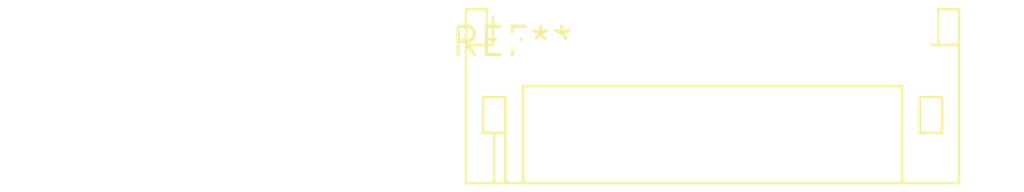
<source format=kicad_pcb>
(kicad_pcb (version 20240108) (generator pcbnew)
  (layers (0 "F.Cu" signal) (31 "B.Cu" signal) (34 "B.Paste" user) (35 "F.Paste" user) (36 "B.SilkS" user "B.Silkscreen") (37 "F.SilkS" user "F.Silkscreen") (38 "B.Mask" user) (39 "F.Mask" user) (44 "Edge.Cuts" user))
  (net 0 "")
  (footprint "JST_PH_S10B-PH-K_1x10_P2.00mm_Horizontal" (layer "F.Cu") (at 0 0)
    (property "Reference" "REF**")
    (property "Value" "JST_PH_S10B-PH-K_1x10_P2.00mm_Horizontal")
    (fp_line (start -2.06 -1.46) (end -2.06 6.36) (layer "F.SilkS") (stroke (width 0.12)))
    (fp_line (start -2.06 0.14) (end -1.14 0.14) (layer "F.SilkS") (stroke (width 0.12)))
    (fp_line (start -2.06 6.36) (end 20.06 6.36) (layer "F.SilkS") (stroke (width 0.12)))
    (fp_line (start -1.3 2.5) (end -1.3 4.1) (layer "F.SilkS") (stroke (width 0.12)))
    (fp_line (start -1.3 4.1) (end -0.3 4.1) (layer "F.SilkS") (stroke (width 0.12)))
    (fp_line (start -1.14 -1.46) (end -2.06 -1.46) (layer "F.SilkS") (stroke (width 0.12)))
    (fp_line (start -1.14 0.14) (end -1.14 -1.46) (layer "F.SilkS") (stroke (width 0.12)))
    (fp_line (start -0.86 0.14) (end -1.14 0.14) (layer "F.SilkS") (stroke (width 0.12)))
    (fp_line (start -0.86 0.14) (end -0.86 -1.075) (layer "F.SilkS") (stroke (width 0.12)))
    (fp_line (start -0.8 4.1) (end -0.8 6.36) (layer "F.SilkS") (stroke (width 0.12)))
    (fp_line (start -0.3 2.5) (end -1.3 2.5) (layer "F.SilkS") (stroke (width 0.12)))
    (fp_line (start -0.3 4.1) (end -0.3 2.5) (layer "F.SilkS") (stroke (width 0.12)))
    (fp_line (start -0.3 4.1) (end -0.3 6.36) (layer "F.SilkS") (stroke (width 0.12)))
    (fp_line (start 0.5 2) (end 17.5 2) (layer "F.SilkS") (stroke (width 0.12)))
    (fp_line (start 0.5 6.36) (end 0.5 2) (layer "F.SilkS") (stroke (width 0.12)))
    (fp_line (start 17.5 2) (end 17.5 6.36) (layer "F.SilkS") (stroke (width 0.12)))
    (fp_line (start 18.3 2.5) (end 19.3 2.5) (layer "F.SilkS") (stroke (width 0.12)))
    (fp_line (start 18.3 4.1) (end 18.3 2.5) (layer "F.SilkS") (stroke (width 0.12)))
    (fp_line (start 19.14 -1.46) (end 19.14 0.14) (layer "F.SilkS") (stroke (width 0.12)))
    (fp_line (start 19.14 0.14) (end 18.86 0.14) (layer "F.SilkS") (stroke (width 0.12)))
    (fp_line (start 19.3 2.5) (end 19.3 4.1) (layer "F.SilkS") (stroke (width 0.12)))
    (fp_line (start 19.3 4.1) (end 18.3 4.1) (layer "F.SilkS") (stroke (width 0.12)))
    (fp_line (start 20.06 -1.46) (end 19.14 -1.46) (layer "F.SilkS") (stroke (width 0.12)))
    (fp_line (start 20.06 0.14) (end 19.14 0.14) (layer "F.SilkS") (stroke (width 0.12)))
    (fp_line (start 20.06 6.36) (end 20.06 -1.46) (layer "F.SilkS") (stroke (width 0.12)))
    (pad "1" thru_hole roundrect (at 0 0) (size 1.2 1.75) (drill 0.75) (layers *.Cu *.Mask) (remove_unused_layers) (roundrect_rratio 0.208333))
    (pad "2" thru_hole oval (at 2 0) (size 1.2 1.75) (drill 0.75) (layers *.Cu *.Mask) (remove_unused_layers))
    (pad "3" thru_hole oval (at 4 0) (size 1.2 1.75) (drill 0.75) (layers *.Cu *.Mask) (remove_unused_layers))
    (pad "4" thru_hole oval (at 6 0) (size 1.2 1.75) (drill 0.75) (layers *.Cu *.Mask) (remove_unused_layers))
    (pad "5" thru_hole oval (at 8 0) (size 1.2 1.75) (drill 0.75) (layers *.Cu *.Mask) (remove_unused_layers))
    (pad "6" thru_hole oval (at 10 0) (size 1.2 1.75) (drill 0.75) (layers *.Cu *.Mask) (remove_unused_layers))
    (pad "7" thru_hole oval (at 12 0) (size 1.2 1.75) (drill 0.75) (layers *.Cu *.Mask) (remove_unused_layers))
    (pad "8" thru_hole oval (at 14 0) (size 1.2 1.75) (drill 0.75) (layers *.Cu *.Mask) (remove_unused_layers))
    (pad "9" thru_hole oval (at 16 0) (size 1.2 1.75) (drill 0.75) (layers *.Cu *.Mask) (remove_unused_layers))
    (pad "10" thru_hole oval (at 18 0) (size 1.2 1.75) (drill 0.75) (layers *.Cu *.Mask) (remove_unused_layers))
  )
)
</source>
